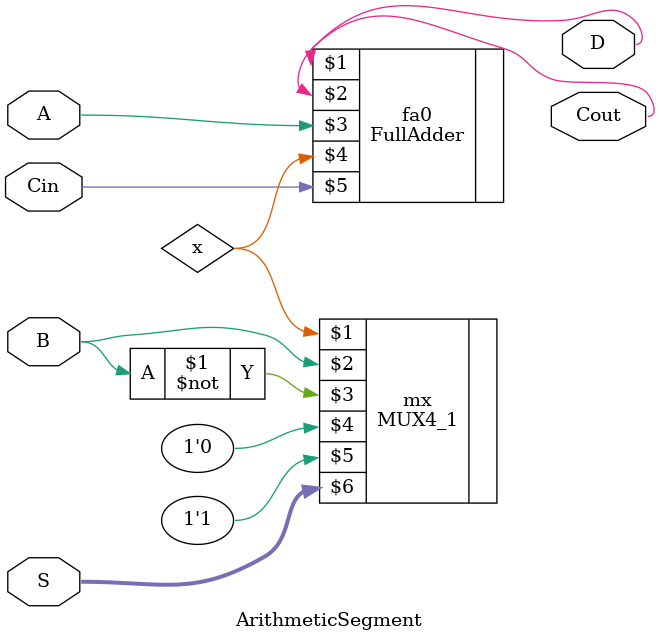
<source format=v>
/********************************************************************************
*	Author : Ehsan Shahbazi	
*	Description : data flow	ALU with logic and arithmetic unit
********************************************************************************/

module ArithmeticSegment(D, Cout, A, B, Cin, S);
	output D, Cout;
	input A, B, Cin;
	input[1:0] S;
	
	wire x;
	
	MUX4_1 mx(x, B, ~B, 1'b0, 1'b1, S);

	FullAdder fa0(D, Cout, A, x, Cin);
endmodule

</source>
